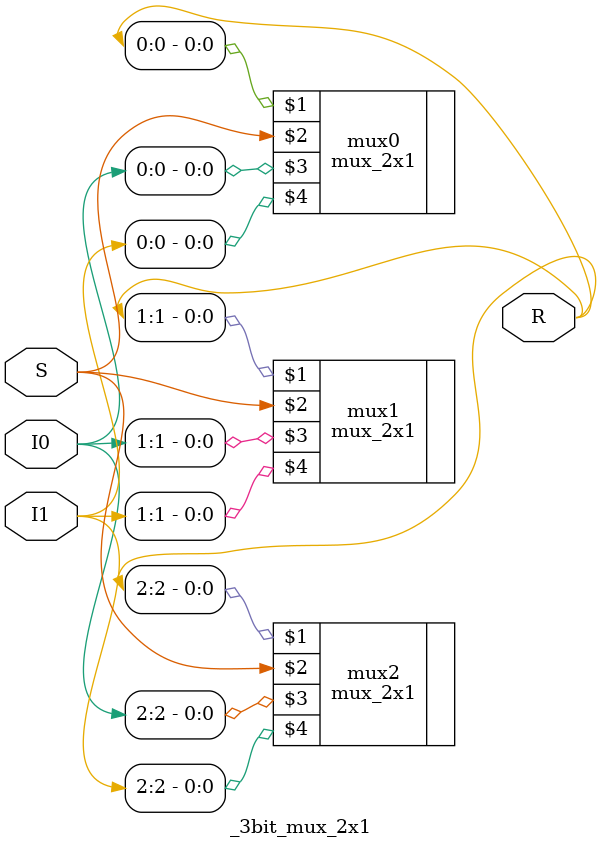
<source format=v>
module _3bit_mux_2x1 (R, S, I0, I1);
input S;
input [2:0] I0, I1;
output [2:0] R;

mux_2x1  mux0(R[0], S, I0[0], I1[0]),
			mux1(R[1], S, I0[1], I1[1]),
			mux2(R[2], S, I0[2], I1[2]);
endmodule

</source>
